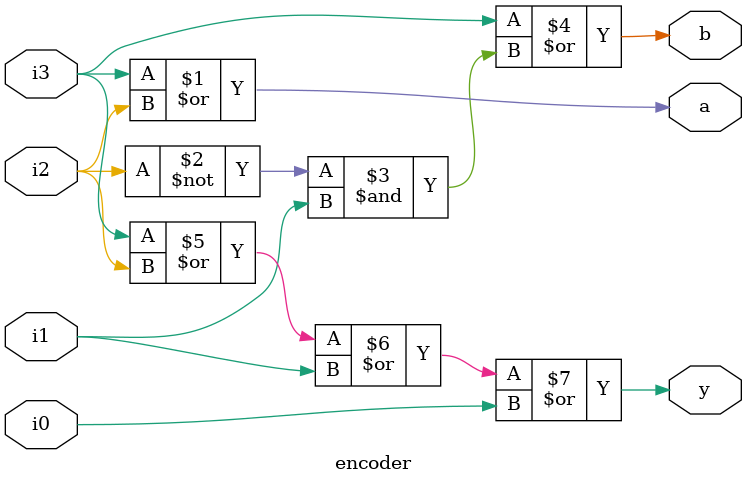
<source format=v>
module encoder(i0,i1,i2,i3,a,b,y);
input i0,i1,i2,i3;
output a,b,y;
assign a=i3|i2;
assign b=i3|(~i2&i1);
assign y=i3|i2|i1|i0;
endmodule

</source>
